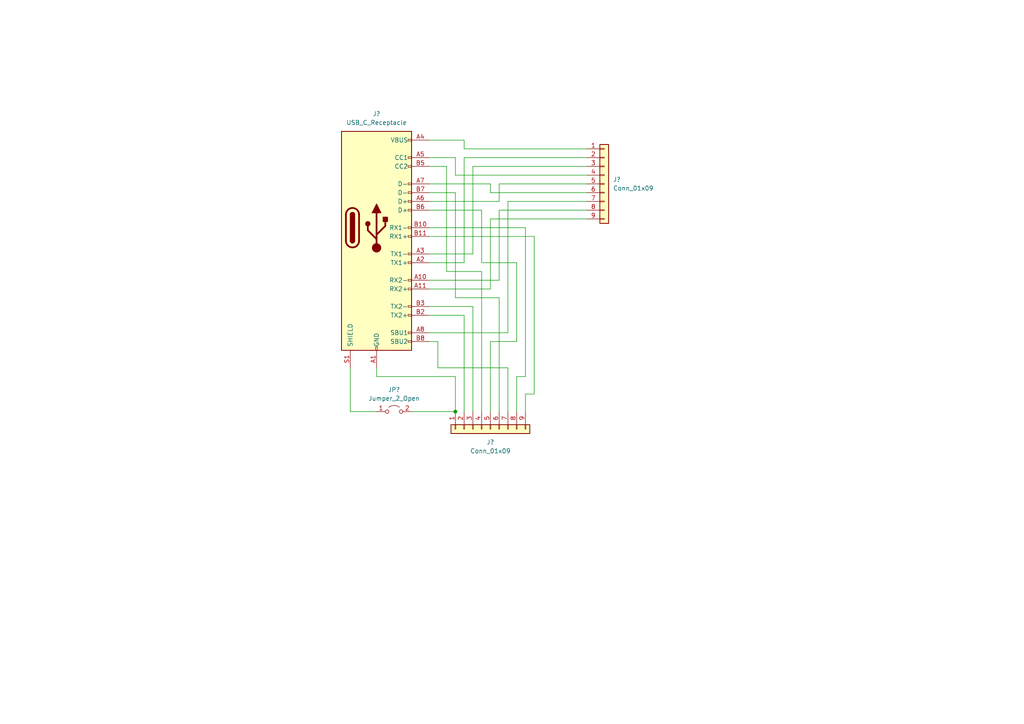
<source format=kicad_sch>
(kicad_sch (version 20211123) (generator eeschema)
  (paper "A4")
  (lib_symbols
    (symbol "Connector:USB_C_Receptacle" (pin_names (offset 1.016))
      (property "Reference" "J" (at -10.16 29.21 0))
      (property "Value" "USB_C_Receptacle" (at 10.16 29.21 0))
      (symbol "USB_C_Receptacle_0_0"
        (rectangle (start -0.254 -35.56) (end 0.254 -34.544))
        (rectangle (start 10.16 -32.766) (end 9.144 -33.274))
        (rectangle (start 10.16 -30.226) (end 9.144 -30.734))
        (rectangle (start 10.16 -25.146) (end 9.144 -25.654))
        (rectangle (start 10.16 -22.606) (end 9.144 -23.114))
        (rectangle (start 10.16 -17.526) (end 9.144 -18.034))
        (rectangle (start 10.16 -14.986) (end 9.144 -15.494))
        (rectangle (start 10.16 -9.906) (end 9.144 -10.414))
        (rectangle (start 10.16 -7.366) (end 9.144 -7.874))
        (rectangle (start 10.16 -2.286) (end 9.144 -2.794))
        (rectangle (start 10.16 0.254) (end 9.144 -0.254))
        (rectangle (start 10.16 5.334) (end 9.144 4.826))
        (rectangle (start 10.16 7.874) (end 9.144 7.366))
        (rectangle (start 10.16 10.414) (end 9.144 9.906))
        (rectangle (start 10.16 12.954) (end 9.144 12.446))
        (rectangle (start 10.16 18.034) (end 9.144 17.526))
        (rectangle (start 10.16 20.574) (end 9.144 20.066))
        (rectangle (start 10.16 25.654) (end 9.144 25.146))
      )
      (symbol "USB_C_Receptacle_0_1"
        (rectangle (start -10.16 27.94) (end 10.16 -35.56) (stroke (width 0.254)) (fill (type background)))
        (arc (start -8.89 -3.81) (mid -6.985 -5.715) (end -5.08 -3.81) (stroke (width 0.508)))
        (arc (start -7.62 -3.81) (mid -6.985 -4.445) (end -6.35 -3.81) (stroke (width 0.254)))
        (arc (start -7.62 -3.81) (mid -6.985 -4.445) (end -6.35 -3.81) (stroke (width 0.254)) (fill (type outline)))
        (rectangle (start -7.62 -3.81) (end -6.35 3.81) (stroke (width 0.254)) (fill (type outline)))
        (arc (start -6.35 3.81) (mid -6.985 4.445) (end -7.62 3.81) (stroke (width 0.254)))
        (arc (start -6.35 3.81) (mid -6.985 4.445) (end -7.62 3.81) (stroke (width 0.254)) (fill (type outline)))
        (arc (start -5.08 3.81) (mid -6.985 5.715) (end -8.89 3.81) (stroke (width 0.508)))
        (polyline (pts (xy -8.89 -3.81) (xy -8.89 3.81)) (stroke (width 0.508)))
        (polyline (pts (xy -5.08 3.81) (xy -5.08 -3.81)) (stroke (width 0.508)))
      )
      (symbol "USB_C_Receptacle_1_1"
        (circle (center -2.54 1.143) (radius 0.635) (stroke (width 0.254)) (fill (type outline)))
        (circle (center 0 -5.842) (radius 1.27) (fill (type outline)))
        (polyline (pts (xy 0 -5.842) (xy 0 4.318)) (stroke (width 0.508)))
        (polyline (pts (xy 0 -3.302) (xy -2.54 -0.762) (xy -2.54 0.508)) (stroke (width 0.508)))
        (polyline (pts (xy 0 -2.032) (xy 2.54 0.508) (xy 2.54 1.778)) (stroke (width 0.508)))
        (polyline (pts (xy -1.27 4.318) (xy 0 6.858) (xy 1.27 4.318) (xy -1.27 4.318)) (stroke (width 0.254)) (fill (type outline)))
        (rectangle (start 1.905 1.778) (end 3.175 3.048) (stroke (width 0.254)) (fill (type outline)))
        (pin passive line (at 0 -40.64 90) (length 5.08) (name "GND") (number "A1"))
        (pin bidirectional line (at 15.24 -15.24 180) (length 5.08) (name "RX2-") (number "A10"))
        (pin bidirectional line (at 15.24 -17.78 180) (length 5.08) (name "RX2+") (number "A11"))
        (pin passive line (at 0 -40.64 90) (length 5.08) hide (name "GND") (number "A12"))
        (pin bidirectional line (at 15.24 -10.16 180) (length 5.08) (name "TX1+") (number "A2"))
        (pin bidirectional line (at 15.24 -7.62 180) (length 5.08) (name "TX1-") (number "A3"))
        (pin passive line (at 15.24 25.4 180) (length 5.08) (name "VBUS") (number "A4"))
        (pin bidirectional line (at 15.24 20.32 180) (length 5.08) (name "CC1") (number "A5"))
        (pin bidirectional line (at 15.24 7.62 180) (length 5.08) (name "D+") (number "A6"))
        (pin bidirectional line (at 15.24 12.7 180) (length 5.08) (name "D-") (number "A7"))
        (pin bidirectional line (at 15.24 -30.48 180) (length 5.08) (name "SBU1") (number "A8"))
        (pin passive line (at 15.24 25.4 180) (length 5.08) hide (name "VBUS") (number "A9"))
        (pin passive line (at 0 -40.64 90) (length 5.08) hide (name "GND") (number "B1"))
        (pin bidirectional line (at 15.24 0 180) (length 5.08) (name "RX1-") (number "B10"))
        (pin bidirectional line (at 15.24 -2.54 180) (length 5.08) (name "RX1+") (number "B11"))
        (pin passive line (at 0 -40.64 90) (length 5.08) hide (name "GND") (number "B12"))
        (pin bidirectional line (at 15.24 -25.4 180) (length 5.08) (name "TX2+") (number "B2"))
        (pin bidirectional line (at 15.24 -22.86 180) (length 5.08) (name "TX2-") (number "B3"))
        (pin passive line (at 15.24 25.4 180) (length 5.08) hide (name "VBUS") (number "B4"))
        (pin bidirectional line (at 15.24 17.78 180) (length 5.08) (name "CC2") (number "B5"))
        (pin bidirectional line (at 15.24 5.08 180) (length 5.08) (name "D+") (number "B6"))
        (pin bidirectional line (at 15.24 10.16 180) (length 5.08) (name "D-") (number "B7"))
        (pin bidirectional line (at 15.24 -33.02 180) (length 5.08) (name "SBU2") (number "B8"))
        (pin passive line (at 15.24 25.4 180) (length 5.08) hide (name "VBUS") (number "B9"))
        (pin passive line (at -7.62 -40.64 90) (length 5.08) (name "SHIELD") (number "S1"))
      )
    )
    (symbol "Connector_Generic:Conn_01x09" (pin_names (offset 1.016) hide)
      (property "Reference" "J" (at 0 12.7 0))
      (property "Value" "Conn_01x09" (at 0 -12.7 0))
      (symbol "Conn_01x09_1_1"
        (rectangle (start -1.27 -10.033) (end 0 -10.287) (stroke (width 0.1524)))
        (rectangle (start -1.27 -7.493) (end 0 -7.747) (stroke (width 0.1524)))
        (rectangle (start -1.27 -4.953) (end 0 -5.207) (stroke (width 0.1524)))
        (rectangle (start -1.27 -2.413) (end 0 -2.667) (stroke (width 0.1524)))
        (rectangle (start -1.27 0.127) (end 0 -0.127) (stroke (width 0.1524)))
        (rectangle (start -1.27 2.667) (end 0 2.413) (stroke (width 0.1524)))
        (rectangle (start -1.27 5.207) (end 0 4.953) (stroke (width 0.1524)))
        (rectangle (start -1.27 7.747) (end 0 7.493) (stroke (width 0.1524)))
        (rectangle (start -1.27 10.287) (end 0 10.033) (stroke (width 0.1524)))
        (rectangle (start -1.27 11.43) (end 1.27 -11.43) (stroke (width 0.254)) (fill (type background)))
        (pin passive line (at -5.08 10.16 0) (length 3.81) (name "Pin_1") (number "1"))
        (pin passive line (at -5.08 7.62 0) (length 3.81) (name "Pin_2") (number "2"))
        (pin passive line (at -5.08 5.08 0) (length 3.81) (name "Pin_3") (number "3"))
        (pin passive line (at -5.08 2.54 0) (length 3.81) (name "Pin_4") (number "4"))
        (pin passive line (at -5.08 0 0) (length 3.81) (name "Pin_5") (number "5"))
        (pin passive line (at -5.08 -2.54 0) (length 3.81) (name "Pin_6") (number "6"))
        (pin passive line (at -5.08 -5.08 0) (length 3.81) (name "Pin_7") (number "7"))
        (pin passive line (at -5.08 -7.62 0) (length 3.81) (name "Pin_8") (number "8"))
        (pin passive line (at -5.08 -10.16 0) (length 3.81) (name "Pin_9") (number "9"))
      )
    )
    (symbol "Jumper:Jumper_2_Open" (pin_names (offset 0) hide)
      (property "Reference" "JP" (at 0 2.794 0))
      (property "Value" "Jumper_2_Open" (at 0 -2.286 0))
      (symbol "Jumper_2_Open_0_0"
        (circle (center -2.032 0) (radius 0.508))
        (circle (center 2.032 0) (radius 0.508))
      )
      (symbol "Jumper_2_Open_0_1"
        (arc (start 1.524 1.27) (mid 0 1.778) (end -1.524 1.27))
      )
      (symbol "Jumper_2_Open_1_1"
        (pin passive line (at -5.08 0 0) (length 2.54) (name "A") (number "1"))
        (pin passive line (at 5.08 0 180) (length 2.54) (name "B") (number "2"))
      )
    )
  )
  (junction (at 132.08 119.38))
  (wire (pts (xy 154.94 114.3) (xy 152.4 114.3)))
  (wire (pts (xy 142.24 53.34) (xy 142.24 55.88)))
  (wire (pts (xy 142.24 99.06) (xy 142.24 119.38)))
  (wire (pts (xy 129.54 78.74) (xy 139.7 78.74)))
  (wire (pts (xy 124.46 66.04) (xy 152.4 66.04)))
  (wire (pts (xy 134.62 45.72) (xy 170.18 45.72)))
  (wire (pts (xy 144.78 60.96) (xy 170.18 60.96)))
  (wire (pts (xy 142.24 83.82) (xy 142.24 63.5)))
  (wire (pts (xy 132.08 55.88) (xy 132.08 86.36)))
  (wire (pts (xy 149.86 109.22) (xy 149.86 119.38)))
  (wire (pts (xy 124.46 53.34) (xy 142.24 53.34)))
  (wire (pts (xy 132.08 50.8) (xy 170.18 50.8)))
  (wire (pts (xy 152.4 109.22) (xy 149.86 109.22)))
  (wire (pts (xy 142.24 63.5) (xy 170.18 63.5)))
  (wire (pts (xy 124.46 40.64) (xy 134.62 40.64)))
  (wire (pts (xy 139.7 76.2) (xy 149.86 76.2)))
  (wire (pts (xy 142.24 55.88) (xy 170.18 55.88)))
  (wire (pts (xy 124.46 58.42) (xy 144.78 58.42)))
  (wire (pts (xy 124.46 91.44) (xy 134.62 91.44)))
  (wire (pts (xy 127 99.06) (xy 127 106.68)))
  (wire (pts (xy 124.46 88.9) (xy 137.16 88.9)))
  (wire (pts (xy 139.7 78.74) (xy 139.7 119.38)))
  (wire (pts (xy 124.46 99.06) (xy 127 99.06)))
  (wire (pts (xy 124.46 68.58) (xy 154.94 68.58)))
  (wire (pts (xy 129.54 48.26) (xy 129.54 78.74)))
  (wire (pts (xy 127 106.68) (xy 147.32 106.68)))
  (wire (pts (xy 101.6 106.68) (xy 101.6 119.38)))
  (wire (pts (xy 124.46 45.72) (xy 132.08 45.72)))
  (wire (pts (xy 144.78 81.28) (xy 144.78 60.96)))
  (wire (pts (xy 144.78 58.42) (xy 144.78 53.34)))
  (wire (pts (xy 119.38 119.38) (xy 132.08 119.38)))
  (wire (pts (xy 152.4 66.04) (xy 152.4 109.22)))
  (wire (pts (xy 109.22 106.68) (xy 109.22 109.22)))
  (wire (pts (xy 124.46 83.82) (xy 142.24 83.82)))
  (wire (pts (xy 124.46 60.96) (xy 139.7 60.96)))
  (wire (pts (xy 124.46 55.88) (xy 132.08 55.88)))
  (wire (pts (xy 124.46 96.52) (xy 147.32 96.52)))
  (wire (pts (xy 132.08 109.22) (xy 132.08 119.38)))
  (wire (pts (xy 134.62 40.64) (xy 134.62 43.18)))
  (wire (pts (xy 101.6 119.38) (xy 109.22 119.38)))
  (wire (pts (xy 134.62 43.18) (xy 170.18 43.18)))
  (wire (pts (xy 134.62 91.44) (xy 134.62 119.38)))
  (wire (pts (xy 152.4 114.3) (xy 152.4 119.38)))
  (wire (pts (xy 147.32 106.68) (xy 147.32 119.38)))
  (wire (pts (xy 147.32 96.52) (xy 147.32 58.42)))
  (wire (pts (xy 137.16 48.26) (xy 170.18 48.26)))
  (wire (pts (xy 134.62 76.2) (xy 134.62 45.72)))
  (wire (pts (xy 124.46 73.66) (xy 137.16 73.66)))
  (wire (pts (xy 137.16 73.66) (xy 137.16 48.26)))
  (wire (pts (xy 132.08 86.36) (xy 144.78 86.36)))
  (wire (pts (xy 144.78 86.36) (xy 144.78 119.38)))
  (wire (pts (xy 124.46 81.28) (xy 144.78 81.28)))
  (wire (pts (xy 124.46 48.26) (xy 129.54 48.26)))
  (wire (pts (xy 147.32 58.42) (xy 170.18 58.42)))
  (wire (pts (xy 154.94 68.58) (xy 154.94 114.3)))
  (wire (pts (xy 149.86 99.06) (xy 142.24 99.06)))
  (wire (pts (xy 149.86 76.2) (xy 149.86 99.06)))
  (wire (pts (xy 132.08 45.72) (xy 132.08 50.8)))
  (wire (pts (xy 124.46 76.2) (xy 134.62 76.2)))
  (wire (pts (xy 144.78 53.34) (xy 170.18 53.34)))
  (wire (pts (xy 139.7 60.96) (xy 139.7 76.2)))
  (wire (pts (xy 137.16 88.9) (xy 137.16 119.38)))
  (wire (pts (xy 109.22 109.22) (xy 132.08 109.22)))
  (symbol (lib_id "Connector:USB_C_Receptacle") (at 109.22 66.04 0) (unit 1)
    (property "Reference" "J?" (at 109.22 33.02 0))
    (property "Value" "USB_C_Receptacle" (at 109.22 35.56 0))
    (property "Footprint" "type-c:TYPE-C-SMD_C9900025773" (effects hide))
    (property "Datasheet" "https://www.usb.org/sites/default/files/documents/usb_type-c.zip" (effects hide))
  )
  (symbol (lib_id "Connector_Generic:Conn_01x09") (at 142.24 124.46 90) (mirror x) (unit 1)
    (property "Reference" "J?" (at 142.24 128.27 90))
    (property "Value" "Conn_01x09" (at 142.24 130.81 90))
  )
  (symbol (lib_id "Connector_Generic:Conn_01x09") (at 175.26 53.34 0) (unit 1)
    (property "Reference" "J?" (at 177.8 52.0699 0) (effects (justify left)))
    (property "Value" "Conn_01x09" (at 177.8 54.6099 0) (effects (justify left)))
  )
  (symbol (lib_id "Jumper:Jumper_2_Open") (at 114.3 119.38 0) (unit 1)
    (property "Reference" "JP?" (at 114.3 113.03 0))
    (property "Value" "Jumper_2_Open" (at 114.3 115.57 0))
    (property "Footprint" "Jumper:SolderJumper-2_P1.3mm_Open_TrianglePad1.0x1.5mm" (effects hide))
  )
)
</source>
